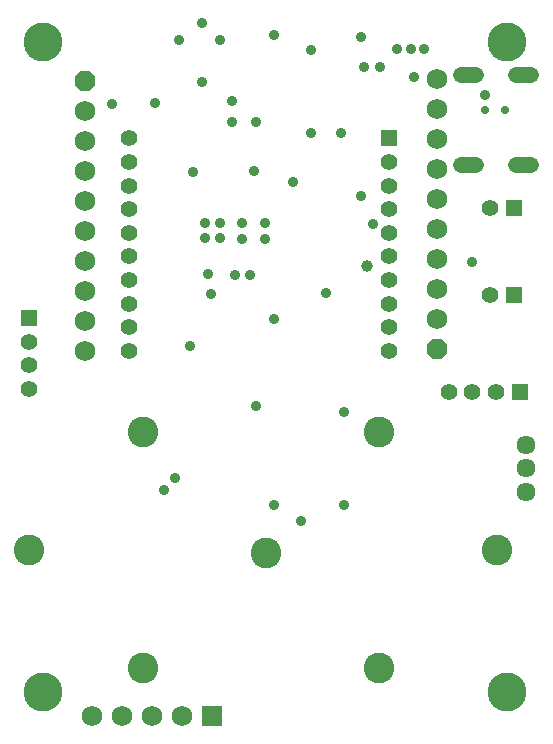
<source format=gts>
G75*
G70*
%OFA0B0*%
%FSLAX24Y24*%
%IPPOS*%
%LPD*%
%AMOC8*
5,1,8,0,0,1.08239X$1,22.5*
%
%ADD10C,0.1300*%
%ADD11C,0.1024*%
%ADD12R,0.0690X0.0690*%
%ADD13C,0.0690*%
%ADD14C,0.0634*%
%ADD15C,0.0540*%
%ADD16R,0.0555X0.0555*%
%ADD17C,0.0555*%
%ADD18R,0.0560X0.0560*%
%ADD19C,0.0560*%
%ADD20OC8,0.0690*%
%ADD21C,0.0360*%
%ADD22C,0.0396*%
%ADD23C,0.0290*%
D10*
X002497Y002134D03*
X017987Y002134D03*
X017987Y023787D03*
X002497Y023787D03*
D11*
X005835Y010789D03*
X002025Y006859D03*
X005835Y002919D03*
X009955Y006769D03*
X013705Y002919D03*
X017645Y006859D03*
X013705Y010809D03*
D12*
X008151Y001337D03*
D13*
X007151Y001337D03*
X006151Y001337D03*
X005151Y001337D03*
X004151Y001337D03*
X003901Y013498D03*
X003901Y014498D03*
X003901Y015498D03*
X003901Y016498D03*
X003901Y017498D03*
X003901Y018498D03*
X003901Y019498D03*
X003901Y020498D03*
X003901Y021498D03*
X015639Y021567D03*
X015639Y022567D03*
X015639Y020567D03*
X015639Y019567D03*
X015639Y018567D03*
X015639Y017567D03*
X015639Y016567D03*
X015639Y015567D03*
X015639Y014567D03*
D14*
X018595Y010381D03*
X018595Y009594D03*
X018595Y008806D03*
D15*
X018789Y019706D02*
X018289Y019706D01*
X016939Y019706D02*
X016439Y019706D01*
X016439Y022706D02*
X016939Y022706D01*
X018289Y022706D02*
X018789Y022706D01*
D16*
X018198Y018274D03*
X018198Y015374D03*
X018391Y012125D03*
X002027Y014604D03*
D17*
X002027Y013817D03*
X002027Y013030D03*
X002027Y012242D03*
X016029Y012125D03*
X016816Y012125D03*
X017603Y012125D03*
X017411Y015374D03*
X017411Y018274D03*
D18*
X014046Y020591D03*
D19*
X014046Y019804D03*
X014046Y019016D03*
X014046Y018229D03*
X014046Y017441D03*
X014046Y016654D03*
X014046Y015867D03*
X014046Y015079D03*
X014046Y014292D03*
X014046Y013504D03*
X005385Y013504D03*
X005385Y014292D03*
X005385Y015079D03*
X005385Y015867D03*
X005385Y016654D03*
X005385Y017441D03*
X005385Y018229D03*
X005385Y019016D03*
X005385Y019804D03*
X005385Y020591D03*
D20*
X003901Y022498D03*
X015639Y013567D03*
D21*
X016805Y016479D03*
X013505Y017729D03*
X013105Y018679D03*
X012455Y020779D03*
X011455Y020779D03*
X010855Y019129D03*
X009555Y019492D03*
X009605Y021129D03*
X008805Y021129D03*
X008805Y021829D03*
X007805Y022479D03*
X008405Y023879D03*
X007805Y024429D03*
X007055Y023879D03*
X006255Y021778D03*
X004805Y021729D03*
X007505Y019479D03*
X007905Y017779D03*
X008405Y017779D03*
X008405Y017279D03*
X007905Y017279D03*
X008005Y016079D03*
X008116Y015385D03*
X008905Y016029D03*
X009405Y016029D03*
X009155Y017229D03*
X009155Y017779D03*
X009905Y017779D03*
X009905Y017229D03*
X011955Y015429D03*
X010205Y014579D03*
X007405Y013679D03*
X009605Y011679D03*
X006905Y009279D03*
X006555Y008879D03*
X010205Y008379D03*
X011105Y007829D03*
X012555Y008379D03*
X012555Y011479D03*
X017239Y022035D03*
X015220Y023568D03*
X014758Y023579D03*
X014305Y023579D03*
X013755Y022979D03*
X013205Y022979D03*
X013105Y023979D03*
X011455Y023529D03*
X010205Y024029D03*
X014877Y022626D03*
D22*
X013305Y016329D03*
D23*
X017239Y021524D03*
X017909Y021524D03*
M02*

</source>
